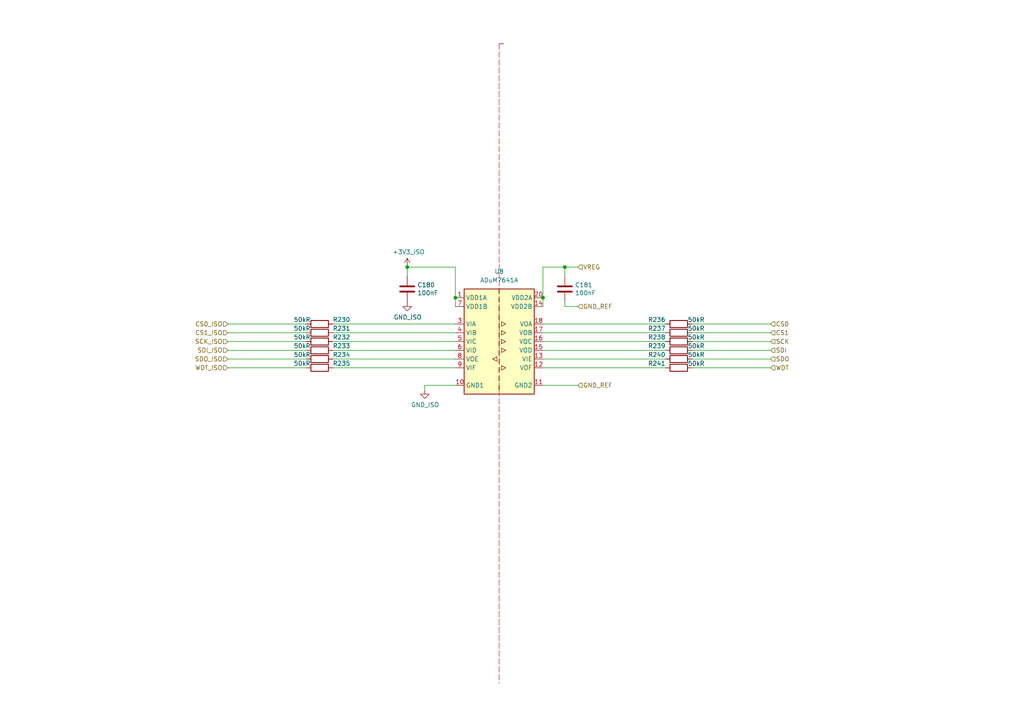
<source format=kicad_sch>
(kicad_sch (version 20211123) (generator eeschema)
  (paper "A4")
  (lib_symbols
    (symbol "+3v3_iso:+3V3_ISO" (power) (pin_names (offset 0))
      (property "Value" "+3V3_ISO" (at 0 3.556 0))
      (symbol "+3V3_ISO_0_1"
        (polyline (pts (xy -0.762 1.27) (xy 0 2.54)))
        (polyline (pts (xy 0 0) (xy 0 2.54)))
        (polyline (pts (xy 0 2.54) (xy 0.762 1.27)))
      )
      (symbol "+3V3_ISO_1_1"
        (pin power_in line (at 0 0 90) (length 0) hide (name "+3V3_ISO") (number "1"))
      )
    )
    (symbol "Device:C" (pin_numbers hide) (pin_names (offset 0.254))
      (property "Reference" "C" (at 0.635 2.54 0))
      (property "Value" "C" (at 0.635 -2.54 0))
      (symbol "C_0_1"
        (polyline (pts (xy -2.032 -0.762) (xy 2.032 -0.762)) (stroke (width 0.508)))
        (polyline (pts (xy -2.032 0.762) (xy 2.032 0.762)) (stroke (width 0.508)))
      )
      (symbol "C_1_1"
        (pin passive line (at 0 3.81 270) (length 2.794) (name "~") (number "1"))
        (pin passive line (at 0 -3.81 90) (length 2.794) (name "~") (number "2"))
      )
    )
    (symbol "Device:R" (pin_numbers hide) (pin_names (offset 0))
      (property "Reference" "R" (at 2.032 0 90))
      (property "Value" "R" (at 0 0 90))
      (symbol "R_0_1"
        (rectangle (start -1.016 -2.54) (end 1.016 2.54) (stroke (width 0.254)))
      )
      (symbol "R_1_1"
        (pin passive line (at 0 3.81 270) (length 1.27) (name "~") (number "1"))
        (pin passive line (at 0 -3.81 90) (length 1.27) (name "~") (number "2"))
      )
    )
    (symbol "Isolator:ADuM7641A"
      (property "Reference" "U" (at -8.89 16.51 0))
      (property "Value" "ADuM7641A" (at -1.27 16.51 0))
      (symbol "ADuM7641A_0_1"
        (polyline (pts (xy -1.905 -5.08) (xy -0.635 -4.445) (xy -0.635 -5.715) (xy -1.905 -5.08)))
        (polyline (pts (xy 0.635 -6.985) (xy 0.635 -8.255) (xy 1.905 -7.62) (xy 0.635 -6.985)))
        (polyline (pts (xy 0.635 3.175) (xy 0.635 1.905) (xy 1.905 2.54) (xy 0.635 3.175)))
        (polyline (pts (xy 0.635 5.715) (xy 0.635 4.445) (xy 1.905 5.08) (xy 0.635 5.715)))
        (polyline (pts (xy 1.905 -2.54) (xy 0.635 -1.905) (xy 0.635 -3.175) (xy 1.905 -2.54)))
        (polyline (pts (xy 1.905 0) (xy 0.635 -0.635) (xy 0.635 0.635) (xy 1.905 0)))
      )
      (symbol "ADuM7641A_1_1"
        (rectangle (start -10.16 15.24) (end 10.16 -15.24) (stroke (width 0.254)) (fill (type background)))
        (polyline (pts (xy 0 -12.7) (xy 0 -13.97)) (stroke (width 0.254)))
        (polyline (pts (xy 0 -10.16) (xy 0 -11.43)) (stroke (width 0.254)))
        (polyline (pts (xy 0 -7.62) (xy 0 -8.89)) (stroke (width 0.254)))
        (polyline (pts (xy 0 -5.08) (xy 0 -6.35)) (stroke (width 0.254)))
        (polyline (pts (xy 0 -2.54) (xy 0 -3.81)) (stroke (width 0.254)))
        (polyline (pts (xy 0 0) (xy 0 -1.27)) (stroke (width 0.254)))
        (polyline (pts (xy 0 2.54) (xy 0 1.27)) (stroke (width 0.254)))
        (polyline (pts (xy 0 5.08) (xy 0 3.81)) (stroke (width 0.254)))
        (polyline (pts (xy 0 7.62) (xy 0 6.35)) (stroke (width 0.254)))
        (polyline (pts (xy 0 10.16) (xy 0 8.89)) (stroke (width 0.254)))
        (polyline (pts (xy 0 12.7) (xy 0 11.43)) (stroke (width 0.254)))
        (polyline (pts (xy 0 15.24) (xy 0 13.97)) (stroke (width 0.254)))
        (pin power_in line (at -12.7 12.7 0) (length 2.54) (name "VDD1A") (number "1"))
        (pin power_in line (at -12.7 -12.7 0) (length 2.54) (name "GND1") (number "10"))
        (pin power_in line (at 12.7 -12.7 180) (length 2.54) (name "GND2") (number "11"))
        (pin output line (at 12.7 -7.62 180) (length 2.54) (name "VOF") (number "12"))
        (pin input line (at 12.7 -5.08 180) (length 2.54) (name "VIE") (number "13"))
        (pin power_in line (at 12.7 10.16 180) (length 2.54) (name "VDD2B") (number "14"))
        (pin output line (at 12.7 -2.54 180) (length 2.54) (name "VOD") (number "15"))
        (pin output line (at 12.7 0 180) (length 2.54) (name "VOC") (number "16"))
        (pin output line (at 12.7 2.54 180) (length 2.54) (name "VOB") (number "17"))
        (pin output line (at 12.7 5.08 180) (length 2.54) (name "VOA") (number "18"))
        (pin passive line (at 12.7 -12.7 180) (length 2.54) hide (name "GND2") (number "19"))
        (pin passive line (at -12.7 -12.7 0) (length 2.54) hide (name "GND1") (number "2"))
        (pin power_in line (at 12.7 12.7 180) (length 2.54) (name "VDD2A") (number "20"))
        (pin input line (at -12.7 5.08 0) (length 2.54) (name "VIA") (number "3"))
        (pin input line (at -12.7 2.54 0) (length 2.54) (name "VIB") (number "4"))
        (pin input line (at -12.7 0 0) (length 2.54) (name "VIC") (number "5"))
        (pin input line (at -12.7 -2.54 0) (length 2.54) (name "VID") (number "6"))
        (pin power_in line (at -12.7 10.16 0) (length 2.54) (name "VDD1B") (number "7"))
        (pin output line (at -12.7 -5.08 0) (length 2.54) (name "VOE") (number "8"))
        (pin input line (at -12.7 -7.62 0) (length 2.54) (name "VIF") (number "9"))
      )
    )
    (symbol "gnd_iso:GND_ISO" (power) (pin_names (offset 0))
      (property "Value" "GND_ISO" (at 0 -3.81 0))
      (symbol "GND_ISO_0_1"
        (polyline (pts (xy 0 0) (xy 0 -1.27) (xy 1.27 -1.27) (xy 0 -2.54) (xy -1.27 -1.27) (xy 0 -1.27)))
      )
      (symbol "GND_ISO_1_1"
        (pin power_in line (at 0 0 270) (length 0) hide (name "GND_ISO") (number "1"))
      )
    )
  )
  (junction (at 118.11 77.47))
  (junction (at 163.83 77.47))
  (junction (at 157.48 86.36))
  (junction (at 132.08 86.36))
  (wire (pts (xy 123.19 111.76) (xy 132.08 111.76)))
  (wire (pts (xy 163.83 80.01) (xy 163.83 77.47)))
  (wire (pts (xy 193.04 99.06) (xy 157.48 99.06)))
  (wire (pts (xy 163.83 77.47) (xy 157.48 77.47)))
  (wire (pts (xy 157.48 104.14) (xy 193.04 104.14)))
  (polyline (pts (xy 146.05 12.7) (xy 144.78 12.7)))
  (wire (pts (xy 96.52 99.06) (xy 132.08 99.06)))
  (wire (pts (xy 200.66 106.68) (xy 223.52 106.68)))
  (wire (pts (xy 157.48 101.6) (xy 193.04 101.6)))
  (wire (pts (xy 118.11 77.47) (xy 118.11 80.01)))
  (wire (pts (xy 157.48 77.47) (xy 157.48 86.36)))
  (wire (pts (xy 88.9 93.98) (xy 66.04 93.98)))
  (wire (pts (xy 88.9 99.06) (xy 66.04 99.06)))
  (wire (pts (xy 200.66 101.6) (xy 223.52 101.6)))
  (wire (pts (xy 88.9 101.6) (xy 66.04 101.6)))
  (wire (pts (xy 88.9 104.14) (xy 66.04 104.14)))
  (wire (pts (xy 132.08 77.47) (xy 118.11 77.47)))
  (wire (pts (xy 157.48 93.98) (xy 193.04 93.98)))
  (wire (pts (xy 163.83 77.47) (xy 167.64 77.47)))
  (wire (pts (xy 193.04 96.52) (xy 157.48 96.52)))
  (wire (pts (xy 200.66 104.14) (xy 223.52 104.14)))
  (wire (pts (xy 132.08 101.6) (xy 96.52 101.6)))
  (wire (pts (xy 167.64 88.9) (xy 163.83 88.9)))
  (wire (pts (xy 200.66 99.06) (xy 223.52 99.06)))
  (wire (pts (xy 157.48 111.76) (xy 167.64 111.76)))
  (wire (pts (xy 193.04 106.68) (xy 157.48 106.68)))
  (wire (pts (xy 96.52 106.68) (xy 132.08 106.68)))
  (wire (pts (xy 88.9 106.68) (xy 66.04 106.68)))
  (wire (pts (xy 123.19 113.03) (xy 123.19 111.76)))
  (wire (pts (xy 132.08 93.98) (xy 96.52 93.98)))
  (wire (pts (xy 157.48 86.36) (xy 157.48 88.9)))
  (polyline (pts (xy 144.78 12.7) (xy 144.78 198.12)) (stroke (width 0) (color 255 0 0 1)))
  (wire (pts (xy 132.08 86.36) (xy 132.08 88.9)))
  (wire (pts (xy 163.83 88.9) (xy 163.83 87.63)))
  (wire (pts (xy 96.52 96.52) (xy 132.08 96.52)))
  (wire (pts (xy 132.08 77.47) (xy 132.08 86.36)))
  (wire (pts (xy 200.66 96.52) (xy 223.52 96.52)))
  (wire (pts (xy 88.9 96.52) (xy 66.04 96.52)))
  (wire (pts (xy 200.66 93.98) (xy 223.52 93.98)))
  (wire (pts (xy 132.08 104.14) (xy 96.52 104.14)))
  (hierarchical_label "SDI_ISO" (shape input) (at 66.04 101.6 180))
  (hierarchical_label "SDO_ISO" (shape input) (at 66.04 104.14 180))
  (hierarchical_label "SCK" (shape input) (at 223.52 99.06 0))
  (hierarchical_label "CS0_ISO" (shape input) (at 66.04 93.98 180))
  (hierarchical_label "SDI" (shape input) (at 223.52 101.6 0))
  (hierarchical_label "GND_REF" (shape input) (at 167.64 88.9 0))
  (hierarchical_label "SDO" (shape input) (at 223.52 104.14 0))
  (hierarchical_label "SCK_ISO" (shape input) (at 66.04 99.06 180))
  (hierarchical_label "WDT" (shape input) (at 223.52 106.68 0))
  (hierarchical_label "WDT_ISO" (shape input) (at 66.04 106.68 180))
  (hierarchical_label "CS1_ISO" (shape input) (at 66.04 96.52 180))
  (hierarchical_label "GND_REF" (shape input) (at 167.64 111.76 0))
  (hierarchical_label "CS1" (shape input) (at 223.52 96.52 0))
  (hierarchical_label "VREG" (shape input) (at 167.64 77.47 0))
  (hierarchical_label "CS0" (shape input) (at 223.52 93.98 0))
  (symbol (lib_id "+3v3_iso:+3V3_ISO") (at 118.11 77.47 0)
    (property "Reference" "#PWR0104" (effects hide))
    (property "Value" "+3V3_ISO" (at 118.491 73.0758 0))
  )
  (symbol (lib_id "Device:C") (at 118.11 83.82 0)
    (property "Reference" "C180" (at 121.031 82.6516 0) (effects (justify left)))
    (property "Value" "100nF" (at 121.031 84.963 0) (effects (justify left)))
    (property "Footprint" "Capacitor_SMD:C_0603_1608Metric_Pad1.08x0.95mm_HandSolder" (effects hide))
    (property "Part Number" "-" (effects hide))
    (property "Manufacturer" "-" (effects hide))
  )
  (symbol (lib_id "Device:R") (at 92.71 101.6 270)
    (property "Reference" "R233" (at 99.06 100.33 90))
    (property "Value" "50kR" (at 87.63 100.33 90))
    (property "Footprint" "Resistor_SMD:R_0603_1608Metric_Pad0.98x0.95mm_HandSolder" (effects hide))
    (property "Part Number" "-" (effects hide))
    (property "Manufacturer" "-" (effects hide))
  )
  (symbol (lib_id "Device:R") (at 92.71 93.98 270)
    (property "Reference" "R230" (at 99.06 92.71 90))
    (property "Value" "50kR" (at 87.63 92.71 90))
    (property "Footprint" "Resistor_SMD:R_0603_1608Metric_Pad0.98x0.95mm_HandSolder" (effects hide))
    (property "Part Number" "-" (effects hide))
    (property "Manufacturer" "-" (effects hide))
  )
  (symbol (lib_id "Device:R") (at 196.85 99.06 90) (mirror x)
    (property "Reference" "R238" (at 190.5 97.79 90))
    (property "Value" "50kR" (at 201.93 97.79 90))
    (property "Footprint" "Resistor_SMD:R_0603_1608Metric_Pad0.98x0.95mm_HandSolder" (effects hide))
    (property "Part Number" "-" (effects hide))
    (property "Manufacturer" "-" (effects hide))
  )
  (symbol (lib_id "Device:R") (at 92.71 99.06 270)
    (property "Reference" "R232" (at 99.06 97.79 90))
    (property "Value" "50kR" (at 87.63 97.79 90))
    (property "Footprint" "Resistor_SMD:R_0603_1608Metric_Pad0.98x0.95mm_HandSolder" (effects hide))
    (property "Part Number" "-" (effects hide))
    (property "Manufacturer" "-" (effects hide))
  )
  (symbol (lib_id "Device:R") (at 92.71 106.68 270)
    (property "Reference" "R235" (at 99.06 105.41 90))
    (property "Value" "50kR" (at 87.63 105.41 90))
    (property "Footprint" "Resistor_SMD:R_0603_1608Metric_Pad0.98x0.95mm_HandSolder" (effects hide))
    (property "Part Number" "-" (effects hide))
    (property "Manufacturer" "-" (effects hide))
  )
  (symbol (lib_id "Device:R") (at 92.71 96.52 270)
    (property "Reference" "R231" (at 99.06 95.25 90))
    (property "Value" "50kR" (at 87.63 95.25 90))
    (property "Footprint" "Resistor_SMD:R_0603_1608Metric_Pad0.98x0.95mm_HandSolder" (effects hide))
    (property "Part Number" "-" (effects hide))
    (property "Manufacturer" "-" (effects hide))
  )
  (symbol (lib_id "Device:R") (at 196.85 93.98 90) (mirror x)
    (property "Reference" "R236" (at 190.5 92.71 90))
    (property "Value" "50kR" (at 201.93 92.71 90))
    (property "Footprint" "Resistor_SMD:R_0603_1608Metric_Pad0.98x0.95mm_HandSolder" (effects hide))
    (property "Part Number" "-" (effects hide))
    (property "Manufacturer" "-" (effects hide))
  )
  (symbol (lib_id "Isolator:ADuM7641A") (at 144.78 99.06 0)
    (property "Reference" "U8" (at 144.78 78.74 0))
    (property "Value" "ADuM7641A" (at 144.78 81.28 0))
    (property "Footprint" "Package_SO:QSOP-20_3.9x8.7mm_P0.635mm" (effects hide))
    (property "Datasheet" "https://www.analog.com/media/en/technical-documentation/data-sheets/ADuM7640_7641_7642_7643.pdf" (effects hide))
  )
  (symbol (lib_id "Device:R") (at 196.85 101.6 90) (mirror x)
    (property "Reference" "R239" (at 190.5 100.33 90))
    (property "Value" "50kR" (at 201.93 100.33 90))
    (property "Footprint" "Resistor_SMD:R_0603_1608Metric_Pad0.98x0.95mm_HandSolder" (effects hide))
    (property "Part Number" "-" (effects hide))
    (property "Manufacturer" "-" (effects hide))
  )
  (symbol (lib_id "gnd_iso:GND_ISO") (at 123.19 113.03 0)
    (property "Reference" "#PWR019" (effects hide))
    (property "Value" "GND_ISO" (at 123.317 117.4242 0))
  )
  (symbol (lib_id "Device:R") (at 92.71 104.14 270)
    (property "Reference" "R234" (at 99.06 102.87 90))
    (property "Value" "50kR" (at 87.63 102.87 90))
    (property "Footprint" "Resistor_SMD:R_0603_1608Metric_Pad0.98x0.95mm_HandSolder" (effects hide))
    (property "Part Number" "-" (effects hide))
    (property "Manufacturer" "-" (effects hide))
  )
  (symbol (lib_id "Device:R") (at 196.85 96.52 90) (mirror x)
    (property "Reference" "R237" (at 190.5 95.25 90))
    (property "Value" "50kR" (at 201.93 95.25 90))
    (property "Footprint" "Resistor_SMD:R_0603_1608Metric_Pad0.98x0.95mm_HandSolder" (effects hide))
    (property "Part Number" "-" (effects hide))
    (property "Manufacturer" "-" (effects hide))
  )
  (symbol (lib_id "gnd_iso:GND_ISO") (at 118.11 87.63 0)
    (property "Reference" "#PWR018" (effects hide))
    (property "Value" "GND_ISO" (at 118.237 92.0242 0))
  )
  (symbol (lib_id "Device:R") (at 196.85 104.14 90) (mirror x)
    (property "Reference" "R240" (at 190.5 102.87 90))
    (property "Value" "50kR" (at 201.93 102.87 90))
    (property "Footprint" "Resistor_SMD:R_0603_1608Metric_Pad0.98x0.95mm_HandSolder" (effects hide))
    (property "Part Number" "-" (effects hide))
    (property "Manufacturer" "-" (effects hide))
  )
  (symbol (lib_id "Device:C") (at 163.83 83.82 0)
    (property "Reference" "C181" (at 166.751 82.6516 0) (effects (justify left)))
    (property "Value" "100nF" (at 166.751 84.963 0) (effects (justify left)))
    (property "Footprint" "Capacitor_SMD:C_0603_1608Metric_Pad1.08x0.95mm_HandSolder" (effects hide))
    (property "Part Number" "-" (effects hide))
    (property "Manufacturer" "-" (effects hide))
  )
  (symbol (lib_id "Device:R") (at 196.85 106.68 90) (mirror x)
    (property "Reference" "R241" (at 190.5 105.41 90))
    (property "Value" "50kR" (at 201.93 105.41 90))
    (property "Footprint" "Resistor_SMD:R_0603_1608Metric_Pad0.98x0.95mm_HandSolder" (effects hide))
    (property "Part Number" "-" (effects hide))
    (property "Manufacturer" "-" (effects hide))
  )
)
</source>
